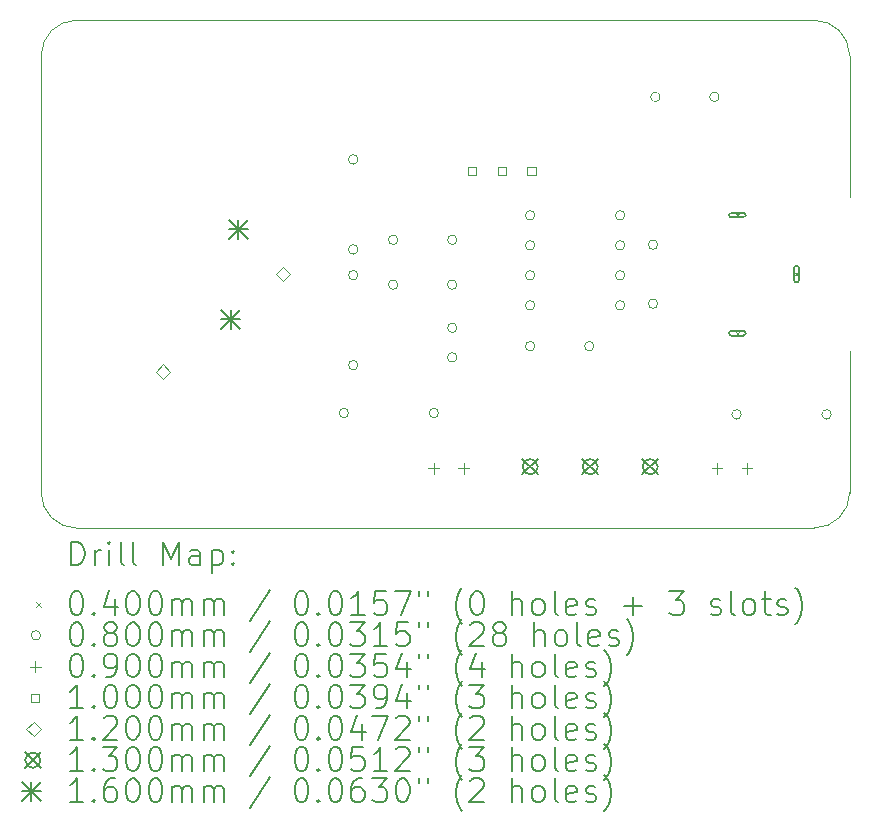
<source format=gbr>
%TF.GenerationSoftware,KiCad,Pcbnew,(6.0.7-1)-1*%
%TF.CreationDate,2022-08-15T15:43:25-06:00*%
%TF.ProjectId,mic_preamp,6d69635f-7072-4656-916d-702e6b696361,1*%
%TF.SameCoordinates,Original*%
%TF.FileFunction,Drillmap*%
%TF.FilePolarity,Positive*%
%FSLAX45Y45*%
G04 Gerber Fmt 4.5, Leading zero omitted, Abs format (unit mm)*
G04 Created by KiCad (PCBNEW (6.0.7-1)-1) date 2022-08-15 15:43:25*
%MOMM*%
%LPD*%
G01*
G04 APERTURE LIST*
%ADD10C,0.100000*%
%ADD11C,0.200000*%
%ADD12C,0.040000*%
%ADD13C,0.080000*%
%ADD14C,0.090000*%
%ADD15C,0.120000*%
%ADD16C,0.130000*%
%ADD17C,0.160000*%
G04 APERTURE END LIST*
D10*
X17145000Y-12000000D02*
G75*
G03*
X17445000Y-11700000I0J300000D01*
G01*
X17145000Y-7700000D02*
X10900000Y-7700000D01*
X17445000Y-8000000D02*
G75*
G03*
X17145000Y-7700000I-300000J0D01*
G01*
X10600000Y-11700000D02*
G75*
G03*
X10900000Y-12000000I300000J0D01*
G01*
X10600000Y-8000000D02*
X10600000Y-11700000D01*
X17445000Y-10500000D02*
X17445000Y-11700000D01*
X17445000Y-9200000D02*
X17445000Y-8000000D01*
X10900000Y-12000000D02*
X17145000Y-12000000D01*
X10900000Y-7700000D02*
G75*
G03*
X10600000Y-8000000I0J-300000D01*
G01*
D11*
D12*
X16475000Y-9330000D02*
X16515000Y-9370000D01*
X16515000Y-9330000D02*
X16475000Y-9370000D01*
D11*
X16545000Y-9330000D02*
X16445000Y-9330000D01*
X16545000Y-9370000D02*
X16445000Y-9370000D01*
X16445000Y-9330000D02*
G75*
G03*
X16445000Y-9370000I0J-20000D01*
G01*
X16545000Y-9370000D02*
G75*
G03*
X16545000Y-9330000I0J20000D01*
G01*
D12*
X16475000Y-10330000D02*
X16515000Y-10370000D01*
X16515000Y-10330000D02*
X16475000Y-10370000D01*
D11*
X16445000Y-10370000D02*
X16545000Y-10370000D01*
X16445000Y-10330000D02*
X16545000Y-10330000D01*
X16545000Y-10370000D02*
G75*
G03*
X16545000Y-10330000I0J20000D01*
G01*
X16445000Y-10330000D02*
G75*
G03*
X16445000Y-10370000I0J-20000D01*
G01*
D12*
X16975000Y-9830000D02*
X17015000Y-9870000D01*
X17015000Y-9830000D02*
X16975000Y-9870000D01*
D11*
X17015000Y-9900000D02*
X17015000Y-9800000D01*
X16975000Y-9900000D02*
X16975000Y-9800000D01*
X17015000Y-9800000D02*
G75*
G03*
X16975000Y-9800000I-20000J0D01*
G01*
X16975000Y-9900000D02*
G75*
G03*
X17015000Y-9900000I20000J0D01*
G01*
D13*
X13202500Y-11025000D02*
G75*
G03*
X13202500Y-11025000I-40000J0D01*
G01*
X13281600Y-8879000D02*
G75*
G03*
X13281600Y-8879000I-40000J0D01*
G01*
X13281600Y-9641000D02*
G75*
G03*
X13281600Y-9641000I-40000J0D01*
G01*
X13281600Y-9859000D02*
G75*
G03*
X13281600Y-9859000I-40000J0D01*
G01*
X13281600Y-10621000D02*
G75*
G03*
X13281600Y-10621000I-40000J0D01*
G01*
X13620000Y-9560000D02*
G75*
G03*
X13620000Y-9560000I-40000J0D01*
G01*
X13620000Y-9940000D02*
G75*
G03*
X13620000Y-9940000I-40000J0D01*
G01*
X13964500Y-11025000D02*
G75*
G03*
X13964500Y-11025000I-40000J0D01*
G01*
X14120000Y-9560000D02*
G75*
G03*
X14120000Y-9560000I-40000J0D01*
G01*
X14120000Y-9940000D02*
G75*
G03*
X14120000Y-9940000I-40000J0D01*
G01*
X14120000Y-10305000D02*
G75*
G03*
X14120000Y-10305000I-40000J0D01*
G01*
X14120000Y-10555000D02*
G75*
G03*
X14120000Y-10555000I-40000J0D01*
G01*
X14780000Y-9352000D02*
G75*
G03*
X14780000Y-9352000I-40000J0D01*
G01*
X14780000Y-9606000D02*
G75*
G03*
X14780000Y-9606000I-40000J0D01*
G01*
X14780000Y-9860000D02*
G75*
G03*
X14780000Y-9860000I-40000J0D01*
G01*
X14780000Y-10114000D02*
G75*
G03*
X14780000Y-10114000I-40000J0D01*
G01*
X14780000Y-10460000D02*
G75*
G03*
X14780000Y-10460000I-40000J0D01*
G01*
X15280000Y-10460000D02*
G75*
G03*
X15280000Y-10460000I-40000J0D01*
G01*
X15542000Y-9352000D02*
G75*
G03*
X15542000Y-9352000I-40000J0D01*
G01*
X15542000Y-9606000D02*
G75*
G03*
X15542000Y-9606000I-40000J0D01*
G01*
X15542000Y-9860000D02*
G75*
G03*
X15542000Y-9860000I-40000J0D01*
G01*
X15542000Y-10114000D02*
G75*
G03*
X15542000Y-10114000I-40000J0D01*
G01*
X15820000Y-9600000D02*
G75*
G03*
X15820000Y-9600000I-40000J0D01*
G01*
X15820000Y-10100000D02*
G75*
G03*
X15820000Y-10100000I-40000J0D01*
G01*
X15840000Y-8350000D02*
G75*
G03*
X15840000Y-8350000I-40000J0D01*
G01*
X16340000Y-8350000D02*
G75*
G03*
X16340000Y-8350000I-40000J0D01*
G01*
X16527500Y-11037500D02*
G75*
G03*
X16527500Y-11037500I-40000J0D01*
G01*
X17289500Y-11037500D02*
G75*
G03*
X17289500Y-11037500I-40000J0D01*
G01*
D14*
X13923500Y-11450000D02*
X13923500Y-11540000D01*
X13878500Y-11495000D02*
X13968500Y-11495000D01*
X14177500Y-11450000D02*
X14177500Y-11540000D01*
X14132500Y-11495000D02*
X14222500Y-11495000D01*
X16321000Y-11450000D02*
X16321000Y-11540000D01*
X16276000Y-11495000D02*
X16366000Y-11495000D01*
X16575000Y-11450000D02*
X16575000Y-11540000D01*
X16530000Y-11495000D02*
X16620000Y-11495000D01*
D10*
X14285356Y-9010356D02*
X14285356Y-8939644D01*
X14214644Y-8939644D01*
X14214644Y-9010356D01*
X14285356Y-9010356D01*
X14535356Y-9010356D02*
X14535356Y-8939644D01*
X14464644Y-8939644D01*
X14464644Y-9010356D01*
X14535356Y-9010356D01*
X14785356Y-9010356D02*
X14785356Y-8939644D01*
X14714644Y-8939644D01*
X14714644Y-9010356D01*
X14785356Y-9010356D01*
D15*
X11633000Y-10735000D02*
X11693000Y-10675000D01*
X11633000Y-10615000D01*
X11573000Y-10675000D01*
X11633000Y-10735000D01*
X12650000Y-9910000D02*
X12710000Y-9850000D01*
X12650000Y-9790000D01*
X12590000Y-9850000D01*
X12650000Y-9910000D01*
D16*
X14675000Y-11415500D02*
X14805000Y-11545500D01*
X14805000Y-11415500D02*
X14675000Y-11545500D01*
X14805000Y-11480500D02*
G75*
G03*
X14805000Y-11480500I-65000J0D01*
G01*
X15183000Y-11415500D02*
X15313000Y-11545500D01*
X15313000Y-11415500D02*
X15183000Y-11545500D01*
X15313000Y-11480500D02*
G75*
G03*
X15313000Y-11480500I-65000J0D01*
G01*
X15691000Y-11415500D02*
X15821000Y-11545500D01*
X15821000Y-11415500D02*
X15691000Y-11545500D01*
X15821000Y-11480500D02*
G75*
G03*
X15821000Y-11480500I-65000J0D01*
G01*
D17*
X12125000Y-10151000D02*
X12285000Y-10311000D01*
X12285000Y-10151000D02*
X12125000Y-10311000D01*
X12205000Y-10151000D02*
X12205000Y-10311000D01*
X12125000Y-10231000D02*
X12285000Y-10231000D01*
X12188500Y-9389000D02*
X12348500Y-9549000D01*
X12348500Y-9389000D02*
X12188500Y-9549000D01*
X12268500Y-9389000D02*
X12268500Y-9549000D01*
X12188500Y-9469000D02*
X12348500Y-9469000D01*
D11*
X10852619Y-12315476D02*
X10852619Y-12115476D01*
X10900238Y-12115476D01*
X10928810Y-12125000D01*
X10947857Y-12144048D01*
X10957381Y-12163095D01*
X10966905Y-12201190D01*
X10966905Y-12229762D01*
X10957381Y-12267857D01*
X10947857Y-12286905D01*
X10928810Y-12305952D01*
X10900238Y-12315476D01*
X10852619Y-12315476D01*
X11052619Y-12315476D02*
X11052619Y-12182143D01*
X11052619Y-12220238D02*
X11062143Y-12201190D01*
X11071667Y-12191667D01*
X11090714Y-12182143D01*
X11109762Y-12182143D01*
X11176429Y-12315476D02*
X11176429Y-12182143D01*
X11176429Y-12115476D02*
X11166905Y-12125000D01*
X11176429Y-12134524D01*
X11185952Y-12125000D01*
X11176429Y-12115476D01*
X11176429Y-12134524D01*
X11300238Y-12315476D02*
X11281190Y-12305952D01*
X11271667Y-12286905D01*
X11271667Y-12115476D01*
X11405000Y-12315476D02*
X11385952Y-12305952D01*
X11376428Y-12286905D01*
X11376428Y-12115476D01*
X11633571Y-12315476D02*
X11633571Y-12115476D01*
X11700238Y-12258333D01*
X11766905Y-12115476D01*
X11766905Y-12315476D01*
X11947857Y-12315476D02*
X11947857Y-12210714D01*
X11938333Y-12191667D01*
X11919286Y-12182143D01*
X11881190Y-12182143D01*
X11862143Y-12191667D01*
X11947857Y-12305952D02*
X11928809Y-12315476D01*
X11881190Y-12315476D01*
X11862143Y-12305952D01*
X11852619Y-12286905D01*
X11852619Y-12267857D01*
X11862143Y-12248809D01*
X11881190Y-12239286D01*
X11928809Y-12239286D01*
X11947857Y-12229762D01*
X12043095Y-12182143D02*
X12043095Y-12382143D01*
X12043095Y-12191667D02*
X12062143Y-12182143D01*
X12100238Y-12182143D01*
X12119286Y-12191667D01*
X12128809Y-12201190D01*
X12138333Y-12220238D01*
X12138333Y-12277381D01*
X12128809Y-12296428D01*
X12119286Y-12305952D01*
X12100238Y-12315476D01*
X12062143Y-12315476D01*
X12043095Y-12305952D01*
X12224048Y-12296428D02*
X12233571Y-12305952D01*
X12224048Y-12315476D01*
X12214524Y-12305952D01*
X12224048Y-12296428D01*
X12224048Y-12315476D01*
X12224048Y-12191667D02*
X12233571Y-12201190D01*
X12224048Y-12210714D01*
X12214524Y-12201190D01*
X12224048Y-12191667D01*
X12224048Y-12210714D01*
D12*
X10555000Y-12625000D02*
X10595000Y-12665000D01*
X10595000Y-12625000D02*
X10555000Y-12665000D01*
D11*
X10890714Y-12535476D02*
X10909762Y-12535476D01*
X10928810Y-12545000D01*
X10938333Y-12554524D01*
X10947857Y-12573571D01*
X10957381Y-12611667D01*
X10957381Y-12659286D01*
X10947857Y-12697381D01*
X10938333Y-12716428D01*
X10928810Y-12725952D01*
X10909762Y-12735476D01*
X10890714Y-12735476D01*
X10871667Y-12725952D01*
X10862143Y-12716428D01*
X10852619Y-12697381D01*
X10843095Y-12659286D01*
X10843095Y-12611667D01*
X10852619Y-12573571D01*
X10862143Y-12554524D01*
X10871667Y-12545000D01*
X10890714Y-12535476D01*
X11043095Y-12716428D02*
X11052619Y-12725952D01*
X11043095Y-12735476D01*
X11033571Y-12725952D01*
X11043095Y-12716428D01*
X11043095Y-12735476D01*
X11224048Y-12602143D02*
X11224048Y-12735476D01*
X11176429Y-12525952D02*
X11128810Y-12668809D01*
X11252619Y-12668809D01*
X11366905Y-12535476D02*
X11385952Y-12535476D01*
X11405000Y-12545000D01*
X11414524Y-12554524D01*
X11424048Y-12573571D01*
X11433571Y-12611667D01*
X11433571Y-12659286D01*
X11424048Y-12697381D01*
X11414524Y-12716428D01*
X11405000Y-12725952D01*
X11385952Y-12735476D01*
X11366905Y-12735476D01*
X11347857Y-12725952D01*
X11338333Y-12716428D01*
X11328809Y-12697381D01*
X11319286Y-12659286D01*
X11319286Y-12611667D01*
X11328809Y-12573571D01*
X11338333Y-12554524D01*
X11347857Y-12545000D01*
X11366905Y-12535476D01*
X11557381Y-12535476D02*
X11576428Y-12535476D01*
X11595476Y-12545000D01*
X11605000Y-12554524D01*
X11614524Y-12573571D01*
X11624048Y-12611667D01*
X11624048Y-12659286D01*
X11614524Y-12697381D01*
X11605000Y-12716428D01*
X11595476Y-12725952D01*
X11576428Y-12735476D01*
X11557381Y-12735476D01*
X11538333Y-12725952D01*
X11528809Y-12716428D01*
X11519286Y-12697381D01*
X11509762Y-12659286D01*
X11509762Y-12611667D01*
X11519286Y-12573571D01*
X11528809Y-12554524D01*
X11538333Y-12545000D01*
X11557381Y-12535476D01*
X11709762Y-12735476D02*
X11709762Y-12602143D01*
X11709762Y-12621190D02*
X11719286Y-12611667D01*
X11738333Y-12602143D01*
X11766905Y-12602143D01*
X11785952Y-12611667D01*
X11795476Y-12630714D01*
X11795476Y-12735476D01*
X11795476Y-12630714D02*
X11805000Y-12611667D01*
X11824048Y-12602143D01*
X11852619Y-12602143D01*
X11871667Y-12611667D01*
X11881190Y-12630714D01*
X11881190Y-12735476D01*
X11976428Y-12735476D02*
X11976428Y-12602143D01*
X11976428Y-12621190D02*
X11985952Y-12611667D01*
X12005000Y-12602143D01*
X12033571Y-12602143D01*
X12052619Y-12611667D01*
X12062143Y-12630714D01*
X12062143Y-12735476D01*
X12062143Y-12630714D02*
X12071667Y-12611667D01*
X12090714Y-12602143D01*
X12119286Y-12602143D01*
X12138333Y-12611667D01*
X12147857Y-12630714D01*
X12147857Y-12735476D01*
X12538333Y-12525952D02*
X12366905Y-12783095D01*
X12795476Y-12535476D02*
X12814524Y-12535476D01*
X12833571Y-12545000D01*
X12843095Y-12554524D01*
X12852619Y-12573571D01*
X12862143Y-12611667D01*
X12862143Y-12659286D01*
X12852619Y-12697381D01*
X12843095Y-12716428D01*
X12833571Y-12725952D01*
X12814524Y-12735476D01*
X12795476Y-12735476D01*
X12776428Y-12725952D01*
X12766905Y-12716428D01*
X12757381Y-12697381D01*
X12747857Y-12659286D01*
X12747857Y-12611667D01*
X12757381Y-12573571D01*
X12766905Y-12554524D01*
X12776428Y-12545000D01*
X12795476Y-12535476D01*
X12947857Y-12716428D02*
X12957381Y-12725952D01*
X12947857Y-12735476D01*
X12938333Y-12725952D01*
X12947857Y-12716428D01*
X12947857Y-12735476D01*
X13081190Y-12535476D02*
X13100238Y-12535476D01*
X13119286Y-12545000D01*
X13128809Y-12554524D01*
X13138333Y-12573571D01*
X13147857Y-12611667D01*
X13147857Y-12659286D01*
X13138333Y-12697381D01*
X13128809Y-12716428D01*
X13119286Y-12725952D01*
X13100238Y-12735476D01*
X13081190Y-12735476D01*
X13062143Y-12725952D01*
X13052619Y-12716428D01*
X13043095Y-12697381D01*
X13033571Y-12659286D01*
X13033571Y-12611667D01*
X13043095Y-12573571D01*
X13052619Y-12554524D01*
X13062143Y-12545000D01*
X13081190Y-12535476D01*
X13338333Y-12735476D02*
X13224048Y-12735476D01*
X13281190Y-12735476D02*
X13281190Y-12535476D01*
X13262143Y-12564048D01*
X13243095Y-12583095D01*
X13224048Y-12592619D01*
X13519286Y-12535476D02*
X13424048Y-12535476D01*
X13414524Y-12630714D01*
X13424048Y-12621190D01*
X13443095Y-12611667D01*
X13490714Y-12611667D01*
X13509762Y-12621190D01*
X13519286Y-12630714D01*
X13528809Y-12649762D01*
X13528809Y-12697381D01*
X13519286Y-12716428D01*
X13509762Y-12725952D01*
X13490714Y-12735476D01*
X13443095Y-12735476D01*
X13424048Y-12725952D01*
X13414524Y-12716428D01*
X13595476Y-12535476D02*
X13728809Y-12535476D01*
X13643095Y-12735476D01*
X13795476Y-12535476D02*
X13795476Y-12573571D01*
X13871667Y-12535476D02*
X13871667Y-12573571D01*
X14166905Y-12811667D02*
X14157381Y-12802143D01*
X14138333Y-12773571D01*
X14128809Y-12754524D01*
X14119286Y-12725952D01*
X14109762Y-12678333D01*
X14109762Y-12640238D01*
X14119286Y-12592619D01*
X14128809Y-12564048D01*
X14138333Y-12545000D01*
X14157381Y-12516428D01*
X14166905Y-12506905D01*
X14281190Y-12535476D02*
X14300238Y-12535476D01*
X14319286Y-12545000D01*
X14328809Y-12554524D01*
X14338333Y-12573571D01*
X14347857Y-12611667D01*
X14347857Y-12659286D01*
X14338333Y-12697381D01*
X14328809Y-12716428D01*
X14319286Y-12725952D01*
X14300238Y-12735476D01*
X14281190Y-12735476D01*
X14262143Y-12725952D01*
X14252619Y-12716428D01*
X14243095Y-12697381D01*
X14233571Y-12659286D01*
X14233571Y-12611667D01*
X14243095Y-12573571D01*
X14252619Y-12554524D01*
X14262143Y-12545000D01*
X14281190Y-12535476D01*
X14585952Y-12735476D02*
X14585952Y-12535476D01*
X14671667Y-12735476D02*
X14671667Y-12630714D01*
X14662143Y-12611667D01*
X14643095Y-12602143D01*
X14614524Y-12602143D01*
X14595476Y-12611667D01*
X14585952Y-12621190D01*
X14795476Y-12735476D02*
X14776428Y-12725952D01*
X14766905Y-12716428D01*
X14757381Y-12697381D01*
X14757381Y-12640238D01*
X14766905Y-12621190D01*
X14776428Y-12611667D01*
X14795476Y-12602143D01*
X14824048Y-12602143D01*
X14843095Y-12611667D01*
X14852619Y-12621190D01*
X14862143Y-12640238D01*
X14862143Y-12697381D01*
X14852619Y-12716428D01*
X14843095Y-12725952D01*
X14824048Y-12735476D01*
X14795476Y-12735476D01*
X14976428Y-12735476D02*
X14957381Y-12725952D01*
X14947857Y-12706905D01*
X14947857Y-12535476D01*
X15128809Y-12725952D02*
X15109762Y-12735476D01*
X15071667Y-12735476D01*
X15052619Y-12725952D01*
X15043095Y-12706905D01*
X15043095Y-12630714D01*
X15052619Y-12611667D01*
X15071667Y-12602143D01*
X15109762Y-12602143D01*
X15128809Y-12611667D01*
X15138333Y-12630714D01*
X15138333Y-12649762D01*
X15043095Y-12668809D01*
X15214524Y-12725952D02*
X15233571Y-12735476D01*
X15271667Y-12735476D01*
X15290714Y-12725952D01*
X15300238Y-12706905D01*
X15300238Y-12697381D01*
X15290714Y-12678333D01*
X15271667Y-12668809D01*
X15243095Y-12668809D01*
X15224048Y-12659286D01*
X15214524Y-12640238D01*
X15214524Y-12630714D01*
X15224048Y-12611667D01*
X15243095Y-12602143D01*
X15271667Y-12602143D01*
X15290714Y-12611667D01*
X15538333Y-12659286D02*
X15690714Y-12659286D01*
X15614524Y-12735476D02*
X15614524Y-12583095D01*
X15919286Y-12535476D02*
X16043095Y-12535476D01*
X15976428Y-12611667D01*
X16005000Y-12611667D01*
X16024048Y-12621190D01*
X16033571Y-12630714D01*
X16043095Y-12649762D01*
X16043095Y-12697381D01*
X16033571Y-12716428D01*
X16024048Y-12725952D01*
X16005000Y-12735476D01*
X15947857Y-12735476D01*
X15928809Y-12725952D01*
X15919286Y-12716428D01*
X16271667Y-12725952D02*
X16290714Y-12735476D01*
X16328809Y-12735476D01*
X16347857Y-12725952D01*
X16357381Y-12706905D01*
X16357381Y-12697381D01*
X16347857Y-12678333D01*
X16328809Y-12668809D01*
X16300238Y-12668809D01*
X16281190Y-12659286D01*
X16271667Y-12640238D01*
X16271667Y-12630714D01*
X16281190Y-12611667D01*
X16300238Y-12602143D01*
X16328809Y-12602143D01*
X16347857Y-12611667D01*
X16471667Y-12735476D02*
X16452619Y-12725952D01*
X16443095Y-12706905D01*
X16443095Y-12535476D01*
X16576428Y-12735476D02*
X16557381Y-12725952D01*
X16547857Y-12716428D01*
X16538333Y-12697381D01*
X16538333Y-12640238D01*
X16547857Y-12621190D01*
X16557381Y-12611667D01*
X16576428Y-12602143D01*
X16605000Y-12602143D01*
X16624048Y-12611667D01*
X16633571Y-12621190D01*
X16643095Y-12640238D01*
X16643095Y-12697381D01*
X16633571Y-12716428D01*
X16624048Y-12725952D01*
X16605000Y-12735476D01*
X16576428Y-12735476D01*
X16700238Y-12602143D02*
X16776428Y-12602143D01*
X16728809Y-12535476D02*
X16728809Y-12706905D01*
X16738333Y-12725952D01*
X16757381Y-12735476D01*
X16776428Y-12735476D01*
X16833571Y-12725952D02*
X16852619Y-12735476D01*
X16890714Y-12735476D01*
X16909762Y-12725952D01*
X16919286Y-12706905D01*
X16919286Y-12697381D01*
X16909762Y-12678333D01*
X16890714Y-12668809D01*
X16862143Y-12668809D01*
X16843095Y-12659286D01*
X16833571Y-12640238D01*
X16833571Y-12630714D01*
X16843095Y-12611667D01*
X16862143Y-12602143D01*
X16890714Y-12602143D01*
X16909762Y-12611667D01*
X16985952Y-12811667D02*
X16995476Y-12802143D01*
X17014524Y-12773571D01*
X17024048Y-12754524D01*
X17033571Y-12725952D01*
X17043095Y-12678333D01*
X17043095Y-12640238D01*
X17033571Y-12592619D01*
X17024048Y-12564048D01*
X17014524Y-12545000D01*
X16995476Y-12516428D01*
X16985952Y-12506905D01*
D13*
X10595000Y-12909000D02*
G75*
G03*
X10595000Y-12909000I-40000J0D01*
G01*
D11*
X10890714Y-12799476D02*
X10909762Y-12799476D01*
X10928810Y-12809000D01*
X10938333Y-12818524D01*
X10947857Y-12837571D01*
X10957381Y-12875667D01*
X10957381Y-12923286D01*
X10947857Y-12961381D01*
X10938333Y-12980428D01*
X10928810Y-12989952D01*
X10909762Y-12999476D01*
X10890714Y-12999476D01*
X10871667Y-12989952D01*
X10862143Y-12980428D01*
X10852619Y-12961381D01*
X10843095Y-12923286D01*
X10843095Y-12875667D01*
X10852619Y-12837571D01*
X10862143Y-12818524D01*
X10871667Y-12809000D01*
X10890714Y-12799476D01*
X11043095Y-12980428D02*
X11052619Y-12989952D01*
X11043095Y-12999476D01*
X11033571Y-12989952D01*
X11043095Y-12980428D01*
X11043095Y-12999476D01*
X11166905Y-12885190D02*
X11147857Y-12875667D01*
X11138333Y-12866143D01*
X11128810Y-12847095D01*
X11128810Y-12837571D01*
X11138333Y-12818524D01*
X11147857Y-12809000D01*
X11166905Y-12799476D01*
X11205000Y-12799476D01*
X11224048Y-12809000D01*
X11233571Y-12818524D01*
X11243095Y-12837571D01*
X11243095Y-12847095D01*
X11233571Y-12866143D01*
X11224048Y-12875667D01*
X11205000Y-12885190D01*
X11166905Y-12885190D01*
X11147857Y-12894714D01*
X11138333Y-12904238D01*
X11128810Y-12923286D01*
X11128810Y-12961381D01*
X11138333Y-12980428D01*
X11147857Y-12989952D01*
X11166905Y-12999476D01*
X11205000Y-12999476D01*
X11224048Y-12989952D01*
X11233571Y-12980428D01*
X11243095Y-12961381D01*
X11243095Y-12923286D01*
X11233571Y-12904238D01*
X11224048Y-12894714D01*
X11205000Y-12885190D01*
X11366905Y-12799476D02*
X11385952Y-12799476D01*
X11405000Y-12809000D01*
X11414524Y-12818524D01*
X11424048Y-12837571D01*
X11433571Y-12875667D01*
X11433571Y-12923286D01*
X11424048Y-12961381D01*
X11414524Y-12980428D01*
X11405000Y-12989952D01*
X11385952Y-12999476D01*
X11366905Y-12999476D01*
X11347857Y-12989952D01*
X11338333Y-12980428D01*
X11328809Y-12961381D01*
X11319286Y-12923286D01*
X11319286Y-12875667D01*
X11328809Y-12837571D01*
X11338333Y-12818524D01*
X11347857Y-12809000D01*
X11366905Y-12799476D01*
X11557381Y-12799476D02*
X11576428Y-12799476D01*
X11595476Y-12809000D01*
X11605000Y-12818524D01*
X11614524Y-12837571D01*
X11624048Y-12875667D01*
X11624048Y-12923286D01*
X11614524Y-12961381D01*
X11605000Y-12980428D01*
X11595476Y-12989952D01*
X11576428Y-12999476D01*
X11557381Y-12999476D01*
X11538333Y-12989952D01*
X11528809Y-12980428D01*
X11519286Y-12961381D01*
X11509762Y-12923286D01*
X11509762Y-12875667D01*
X11519286Y-12837571D01*
X11528809Y-12818524D01*
X11538333Y-12809000D01*
X11557381Y-12799476D01*
X11709762Y-12999476D02*
X11709762Y-12866143D01*
X11709762Y-12885190D02*
X11719286Y-12875667D01*
X11738333Y-12866143D01*
X11766905Y-12866143D01*
X11785952Y-12875667D01*
X11795476Y-12894714D01*
X11795476Y-12999476D01*
X11795476Y-12894714D02*
X11805000Y-12875667D01*
X11824048Y-12866143D01*
X11852619Y-12866143D01*
X11871667Y-12875667D01*
X11881190Y-12894714D01*
X11881190Y-12999476D01*
X11976428Y-12999476D02*
X11976428Y-12866143D01*
X11976428Y-12885190D02*
X11985952Y-12875667D01*
X12005000Y-12866143D01*
X12033571Y-12866143D01*
X12052619Y-12875667D01*
X12062143Y-12894714D01*
X12062143Y-12999476D01*
X12062143Y-12894714D02*
X12071667Y-12875667D01*
X12090714Y-12866143D01*
X12119286Y-12866143D01*
X12138333Y-12875667D01*
X12147857Y-12894714D01*
X12147857Y-12999476D01*
X12538333Y-12789952D02*
X12366905Y-13047095D01*
X12795476Y-12799476D02*
X12814524Y-12799476D01*
X12833571Y-12809000D01*
X12843095Y-12818524D01*
X12852619Y-12837571D01*
X12862143Y-12875667D01*
X12862143Y-12923286D01*
X12852619Y-12961381D01*
X12843095Y-12980428D01*
X12833571Y-12989952D01*
X12814524Y-12999476D01*
X12795476Y-12999476D01*
X12776428Y-12989952D01*
X12766905Y-12980428D01*
X12757381Y-12961381D01*
X12747857Y-12923286D01*
X12747857Y-12875667D01*
X12757381Y-12837571D01*
X12766905Y-12818524D01*
X12776428Y-12809000D01*
X12795476Y-12799476D01*
X12947857Y-12980428D02*
X12957381Y-12989952D01*
X12947857Y-12999476D01*
X12938333Y-12989952D01*
X12947857Y-12980428D01*
X12947857Y-12999476D01*
X13081190Y-12799476D02*
X13100238Y-12799476D01*
X13119286Y-12809000D01*
X13128809Y-12818524D01*
X13138333Y-12837571D01*
X13147857Y-12875667D01*
X13147857Y-12923286D01*
X13138333Y-12961381D01*
X13128809Y-12980428D01*
X13119286Y-12989952D01*
X13100238Y-12999476D01*
X13081190Y-12999476D01*
X13062143Y-12989952D01*
X13052619Y-12980428D01*
X13043095Y-12961381D01*
X13033571Y-12923286D01*
X13033571Y-12875667D01*
X13043095Y-12837571D01*
X13052619Y-12818524D01*
X13062143Y-12809000D01*
X13081190Y-12799476D01*
X13214524Y-12799476D02*
X13338333Y-12799476D01*
X13271667Y-12875667D01*
X13300238Y-12875667D01*
X13319286Y-12885190D01*
X13328809Y-12894714D01*
X13338333Y-12913762D01*
X13338333Y-12961381D01*
X13328809Y-12980428D01*
X13319286Y-12989952D01*
X13300238Y-12999476D01*
X13243095Y-12999476D01*
X13224048Y-12989952D01*
X13214524Y-12980428D01*
X13528809Y-12999476D02*
X13414524Y-12999476D01*
X13471667Y-12999476D02*
X13471667Y-12799476D01*
X13452619Y-12828048D01*
X13433571Y-12847095D01*
X13414524Y-12856619D01*
X13709762Y-12799476D02*
X13614524Y-12799476D01*
X13605000Y-12894714D01*
X13614524Y-12885190D01*
X13633571Y-12875667D01*
X13681190Y-12875667D01*
X13700238Y-12885190D01*
X13709762Y-12894714D01*
X13719286Y-12913762D01*
X13719286Y-12961381D01*
X13709762Y-12980428D01*
X13700238Y-12989952D01*
X13681190Y-12999476D01*
X13633571Y-12999476D01*
X13614524Y-12989952D01*
X13605000Y-12980428D01*
X13795476Y-12799476D02*
X13795476Y-12837571D01*
X13871667Y-12799476D02*
X13871667Y-12837571D01*
X14166905Y-13075667D02*
X14157381Y-13066143D01*
X14138333Y-13037571D01*
X14128809Y-13018524D01*
X14119286Y-12989952D01*
X14109762Y-12942333D01*
X14109762Y-12904238D01*
X14119286Y-12856619D01*
X14128809Y-12828048D01*
X14138333Y-12809000D01*
X14157381Y-12780428D01*
X14166905Y-12770905D01*
X14233571Y-12818524D02*
X14243095Y-12809000D01*
X14262143Y-12799476D01*
X14309762Y-12799476D01*
X14328809Y-12809000D01*
X14338333Y-12818524D01*
X14347857Y-12837571D01*
X14347857Y-12856619D01*
X14338333Y-12885190D01*
X14224048Y-12999476D01*
X14347857Y-12999476D01*
X14462143Y-12885190D02*
X14443095Y-12875667D01*
X14433571Y-12866143D01*
X14424048Y-12847095D01*
X14424048Y-12837571D01*
X14433571Y-12818524D01*
X14443095Y-12809000D01*
X14462143Y-12799476D01*
X14500238Y-12799476D01*
X14519286Y-12809000D01*
X14528809Y-12818524D01*
X14538333Y-12837571D01*
X14538333Y-12847095D01*
X14528809Y-12866143D01*
X14519286Y-12875667D01*
X14500238Y-12885190D01*
X14462143Y-12885190D01*
X14443095Y-12894714D01*
X14433571Y-12904238D01*
X14424048Y-12923286D01*
X14424048Y-12961381D01*
X14433571Y-12980428D01*
X14443095Y-12989952D01*
X14462143Y-12999476D01*
X14500238Y-12999476D01*
X14519286Y-12989952D01*
X14528809Y-12980428D01*
X14538333Y-12961381D01*
X14538333Y-12923286D01*
X14528809Y-12904238D01*
X14519286Y-12894714D01*
X14500238Y-12885190D01*
X14776428Y-12999476D02*
X14776428Y-12799476D01*
X14862143Y-12999476D02*
X14862143Y-12894714D01*
X14852619Y-12875667D01*
X14833571Y-12866143D01*
X14805000Y-12866143D01*
X14785952Y-12875667D01*
X14776428Y-12885190D01*
X14985952Y-12999476D02*
X14966905Y-12989952D01*
X14957381Y-12980428D01*
X14947857Y-12961381D01*
X14947857Y-12904238D01*
X14957381Y-12885190D01*
X14966905Y-12875667D01*
X14985952Y-12866143D01*
X15014524Y-12866143D01*
X15033571Y-12875667D01*
X15043095Y-12885190D01*
X15052619Y-12904238D01*
X15052619Y-12961381D01*
X15043095Y-12980428D01*
X15033571Y-12989952D01*
X15014524Y-12999476D01*
X14985952Y-12999476D01*
X15166905Y-12999476D02*
X15147857Y-12989952D01*
X15138333Y-12970905D01*
X15138333Y-12799476D01*
X15319286Y-12989952D02*
X15300238Y-12999476D01*
X15262143Y-12999476D01*
X15243095Y-12989952D01*
X15233571Y-12970905D01*
X15233571Y-12894714D01*
X15243095Y-12875667D01*
X15262143Y-12866143D01*
X15300238Y-12866143D01*
X15319286Y-12875667D01*
X15328809Y-12894714D01*
X15328809Y-12913762D01*
X15233571Y-12932809D01*
X15405000Y-12989952D02*
X15424048Y-12999476D01*
X15462143Y-12999476D01*
X15481190Y-12989952D01*
X15490714Y-12970905D01*
X15490714Y-12961381D01*
X15481190Y-12942333D01*
X15462143Y-12932809D01*
X15433571Y-12932809D01*
X15414524Y-12923286D01*
X15405000Y-12904238D01*
X15405000Y-12894714D01*
X15414524Y-12875667D01*
X15433571Y-12866143D01*
X15462143Y-12866143D01*
X15481190Y-12875667D01*
X15557381Y-13075667D02*
X15566905Y-13066143D01*
X15585952Y-13037571D01*
X15595476Y-13018524D01*
X15605000Y-12989952D01*
X15614524Y-12942333D01*
X15614524Y-12904238D01*
X15605000Y-12856619D01*
X15595476Y-12828048D01*
X15585952Y-12809000D01*
X15566905Y-12780428D01*
X15557381Y-12770905D01*
D14*
X10550000Y-13128000D02*
X10550000Y-13218000D01*
X10505000Y-13173000D02*
X10595000Y-13173000D01*
D11*
X10890714Y-13063476D02*
X10909762Y-13063476D01*
X10928810Y-13073000D01*
X10938333Y-13082524D01*
X10947857Y-13101571D01*
X10957381Y-13139667D01*
X10957381Y-13187286D01*
X10947857Y-13225381D01*
X10938333Y-13244428D01*
X10928810Y-13253952D01*
X10909762Y-13263476D01*
X10890714Y-13263476D01*
X10871667Y-13253952D01*
X10862143Y-13244428D01*
X10852619Y-13225381D01*
X10843095Y-13187286D01*
X10843095Y-13139667D01*
X10852619Y-13101571D01*
X10862143Y-13082524D01*
X10871667Y-13073000D01*
X10890714Y-13063476D01*
X11043095Y-13244428D02*
X11052619Y-13253952D01*
X11043095Y-13263476D01*
X11033571Y-13253952D01*
X11043095Y-13244428D01*
X11043095Y-13263476D01*
X11147857Y-13263476D02*
X11185952Y-13263476D01*
X11205000Y-13253952D01*
X11214524Y-13244428D01*
X11233571Y-13215857D01*
X11243095Y-13177762D01*
X11243095Y-13101571D01*
X11233571Y-13082524D01*
X11224048Y-13073000D01*
X11205000Y-13063476D01*
X11166905Y-13063476D01*
X11147857Y-13073000D01*
X11138333Y-13082524D01*
X11128810Y-13101571D01*
X11128810Y-13149190D01*
X11138333Y-13168238D01*
X11147857Y-13177762D01*
X11166905Y-13187286D01*
X11205000Y-13187286D01*
X11224048Y-13177762D01*
X11233571Y-13168238D01*
X11243095Y-13149190D01*
X11366905Y-13063476D02*
X11385952Y-13063476D01*
X11405000Y-13073000D01*
X11414524Y-13082524D01*
X11424048Y-13101571D01*
X11433571Y-13139667D01*
X11433571Y-13187286D01*
X11424048Y-13225381D01*
X11414524Y-13244428D01*
X11405000Y-13253952D01*
X11385952Y-13263476D01*
X11366905Y-13263476D01*
X11347857Y-13253952D01*
X11338333Y-13244428D01*
X11328809Y-13225381D01*
X11319286Y-13187286D01*
X11319286Y-13139667D01*
X11328809Y-13101571D01*
X11338333Y-13082524D01*
X11347857Y-13073000D01*
X11366905Y-13063476D01*
X11557381Y-13063476D02*
X11576428Y-13063476D01*
X11595476Y-13073000D01*
X11605000Y-13082524D01*
X11614524Y-13101571D01*
X11624048Y-13139667D01*
X11624048Y-13187286D01*
X11614524Y-13225381D01*
X11605000Y-13244428D01*
X11595476Y-13253952D01*
X11576428Y-13263476D01*
X11557381Y-13263476D01*
X11538333Y-13253952D01*
X11528809Y-13244428D01*
X11519286Y-13225381D01*
X11509762Y-13187286D01*
X11509762Y-13139667D01*
X11519286Y-13101571D01*
X11528809Y-13082524D01*
X11538333Y-13073000D01*
X11557381Y-13063476D01*
X11709762Y-13263476D02*
X11709762Y-13130143D01*
X11709762Y-13149190D02*
X11719286Y-13139667D01*
X11738333Y-13130143D01*
X11766905Y-13130143D01*
X11785952Y-13139667D01*
X11795476Y-13158714D01*
X11795476Y-13263476D01*
X11795476Y-13158714D02*
X11805000Y-13139667D01*
X11824048Y-13130143D01*
X11852619Y-13130143D01*
X11871667Y-13139667D01*
X11881190Y-13158714D01*
X11881190Y-13263476D01*
X11976428Y-13263476D02*
X11976428Y-13130143D01*
X11976428Y-13149190D02*
X11985952Y-13139667D01*
X12005000Y-13130143D01*
X12033571Y-13130143D01*
X12052619Y-13139667D01*
X12062143Y-13158714D01*
X12062143Y-13263476D01*
X12062143Y-13158714D02*
X12071667Y-13139667D01*
X12090714Y-13130143D01*
X12119286Y-13130143D01*
X12138333Y-13139667D01*
X12147857Y-13158714D01*
X12147857Y-13263476D01*
X12538333Y-13053952D02*
X12366905Y-13311095D01*
X12795476Y-13063476D02*
X12814524Y-13063476D01*
X12833571Y-13073000D01*
X12843095Y-13082524D01*
X12852619Y-13101571D01*
X12862143Y-13139667D01*
X12862143Y-13187286D01*
X12852619Y-13225381D01*
X12843095Y-13244428D01*
X12833571Y-13253952D01*
X12814524Y-13263476D01*
X12795476Y-13263476D01*
X12776428Y-13253952D01*
X12766905Y-13244428D01*
X12757381Y-13225381D01*
X12747857Y-13187286D01*
X12747857Y-13139667D01*
X12757381Y-13101571D01*
X12766905Y-13082524D01*
X12776428Y-13073000D01*
X12795476Y-13063476D01*
X12947857Y-13244428D02*
X12957381Y-13253952D01*
X12947857Y-13263476D01*
X12938333Y-13253952D01*
X12947857Y-13244428D01*
X12947857Y-13263476D01*
X13081190Y-13063476D02*
X13100238Y-13063476D01*
X13119286Y-13073000D01*
X13128809Y-13082524D01*
X13138333Y-13101571D01*
X13147857Y-13139667D01*
X13147857Y-13187286D01*
X13138333Y-13225381D01*
X13128809Y-13244428D01*
X13119286Y-13253952D01*
X13100238Y-13263476D01*
X13081190Y-13263476D01*
X13062143Y-13253952D01*
X13052619Y-13244428D01*
X13043095Y-13225381D01*
X13033571Y-13187286D01*
X13033571Y-13139667D01*
X13043095Y-13101571D01*
X13052619Y-13082524D01*
X13062143Y-13073000D01*
X13081190Y-13063476D01*
X13214524Y-13063476D02*
X13338333Y-13063476D01*
X13271667Y-13139667D01*
X13300238Y-13139667D01*
X13319286Y-13149190D01*
X13328809Y-13158714D01*
X13338333Y-13177762D01*
X13338333Y-13225381D01*
X13328809Y-13244428D01*
X13319286Y-13253952D01*
X13300238Y-13263476D01*
X13243095Y-13263476D01*
X13224048Y-13253952D01*
X13214524Y-13244428D01*
X13519286Y-13063476D02*
X13424048Y-13063476D01*
X13414524Y-13158714D01*
X13424048Y-13149190D01*
X13443095Y-13139667D01*
X13490714Y-13139667D01*
X13509762Y-13149190D01*
X13519286Y-13158714D01*
X13528809Y-13177762D01*
X13528809Y-13225381D01*
X13519286Y-13244428D01*
X13509762Y-13253952D01*
X13490714Y-13263476D01*
X13443095Y-13263476D01*
X13424048Y-13253952D01*
X13414524Y-13244428D01*
X13700238Y-13130143D02*
X13700238Y-13263476D01*
X13652619Y-13053952D02*
X13605000Y-13196809D01*
X13728809Y-13196809D01*
X13795476Y-13063476D02*
X13795476Y-13101571D01*
X13871667Y-13063476D02*
X13871667Y-13101571D01*
X14166905Y-13339667D02*
X14157381Y-13330143D01*
X14138333Y-13301571D01*
X14128809Y-13282524D01*
X14119286Y-13253952D01*
X14109762Y-13206333D01*
X14109762Y-13168238D01*
X14119286Y-13120619D01*
X14128809Y-13092048D01*
X14138333Y-13073000D01*
X14157381Y-13044428D01*
X14166905Y-13034905D01*
X14328809Y-13130143D02*
X14328809Y-13263476D01*
X14281190Y-13053952D02*
X14233571Y-13196809D01*
X14357381Y-13196809D01*
X14585952Y-13263476D02*
X14585952Y-13063476D01*
X14671667Y-13263476D02*
X14671667Y-13158714D01*
X14662143Y-13139667D01*
X14643095Y-13130143D01*
X14614524Y-13130143D01*
X14595476Y-13139667D01*
X14585952Y-13149190D01*
X14795476Y-13263476D02*
X14776428Y-13253952D01*
X14766905Y-13244428D01*
X14757381Y-13225381D01*
X14757381Y-13168238D01*
X14766905Y-13149190D01*
X14776428Y-13139667D01*
X14795476Y-13130143D01*
X14824048Y-13130143D01*
X14843095Y-13139667D01*
X14852619Y-13149190D01*
X14862143Y-13168238D01*
X14862143Y-13225381D01*
X14852619Y-13244428D01*
X14843095Y-13253952D01*
X14824048Y-13263476D01*
X14795476Y-13263476D01*
X14976428Y-13263476D02*
X14957381Y-13253952D01*
X14947857Y-13234905D01*
X14947857Y-13063476D01*
X15128809Y-13253952D02*
X15109762Y-13263476D01*
X15071667Y-13263476D01*
X15052619Y-13253952D01*
X15043095Y-13234905D01*
X15043095Y-13158714D01*
X15052619Y-13139667D01*
X15071667Y-13130143D01*
X15109762Y-13130143D01*
X15128809Y-13139667D01*
X15138333Y-13158714D01*
X15138333Y-13177762D01*
X15043095Y-13196809D01*
X15214524Y-13253952D02*
X15233571Y-13263476D01*
X15271667Y-13263476D01*
X15290714Y-13253952D01*
X15300238Y-13234905D01*
X15300238Y-13225381D01*
X15290714Y-13206333D01*
X15271667Y-13196809D01*
X15243095Y-13196809D01*
X15224048Y-13187286D01*
X15214524Y-13168238D01*
X15214524Y-13158714D01*
X15224048Y-13139667D01*
X15243095Y-13130143D01*
X15271667Y-13130143D01*
X15290714Y-13139667D01*
X15366905Y-13339667D02*
X15376428Y-13330143D01*
X15395476Y-13301571D01*
X15405000Y-13282524D01*
X15414524Y-13253952D01*
X15424048Y-13206333D01*
X15424048Y-13168238D01*
X15414524Y-13120619D01*
X15405000Y-13092048D01*
X15395476Y-13073000D01*
X15376428Y-13044428D01*
X15366905Y-13034905D01*
D10*
X10580356Y-13472356D02*
X10580356Y-13401644D01*
X10509644Y-13401644D01*
X10509644Y-13472356D01*
X10580356Y-13472356D01*
D11*
X10957381Y-13527476D02*
X10843095Y-13527476D01*
X10900238Y-13527476D02*
X10900238Y-13327476D01*
X10881190Y-13356048D01*
X10862143Y-13375095D01*
X10843095Y-13384619D01*
X11043095Y-13508428D02*
X11052619Y-13517952D01*
X11043095Y-13527476D01*
X11033571Y-13517952D01*
X11043095Y-13508428D01*
X11043095Y-13527476D01*
X11176429Y-13327476D02*
X11195476Y-13327476D01*
X11214524Y-13337000D01*
X11224048Y-13346524D01*
X11233571Y-13365571D01*
X11243095Y-13403667D01*
X11243095Y-13451286D01*
X11233571Y-13489381D01*
X11224048Y-13508428D01*
X11214524Y-13517952D01*
X11195476Y-13527476D01*
X11176429Y-13527476D01*
X11157381Y-13517952D01*
X11147857Y-13508428D01*
X11138333Y-13489381D01*
X11128810Y-13451286D01*
X11128810Y-13403667D01*
X11138333Y-13365571D01*
X11147857Y-13346524D01*
X11157381Y-13337000D01*
X11176429Y-13327476D01*
X11366905Y-13327476D02*
X11385952Y-13327476D01*
X11405000Y-13337000D01*
X11414524Y-13346524D01*
X11424048Y-13365571D01*
X11433571Y-13403667D01*
X11433571Y-13451286D01*
X11424048Y-13489381D01*
X11414524Y-13508428D01*
X11405000Y-13517952D01*
X11385952Y-13527476D01*
X11366905Y-13527476D01*
X11347857Y-13517952D01*
X11338333Y-13508428D01*
X11328809Y-13489381D01*
X11319286Y-13451286D01*
X11319286Y-13403667D01*
X11328809Y-13365571D01*
X11338333Y-13346524D01*
X11347857Y-13337000D01*
X11366905Y-13327476D01*
X11557381Y-13327476D02*
X11576428Y-13327476D01*
X11595476Y-13337000D01*
X11605000Y-13346524D01*
X11614524Y-13365571D01*
X11624048Y-13403667D01*
X11624048Y-13451286D01*
X11614524Y-13489381D01*
X11605000Y-13508428D01*
X11595476Y-13517952D01*
X11576428Y-13527476D01*
X11557381Y-13527476D01*
X11538333Y-13517952D01*
X11528809Y-13508428D01*
X11519286Y-13489381D01*
X11509762Y-13451286D01*
X11509762Y-13403667D01*
X11519286Y-13365571D01*
X11528809Y-13346524D01*
X11538333Y-13337000D01*
X11557381Y-13327476D01*
X11709762Y-13527476D02*
X11709762Y-13394143D01*
X11709762Y-13413190D02*
X11719286Y-13403667D01*
X11738333Y-13394143D01*
X11766905Y-13394143D01*
X11785952Y-13403667D01*
X11795476Y-13422714D01*
X11795476Y-13527476D01*
X11795476Y-13422714D02*
X11805000Y-13403667D01*
X11824048Y-13394143D01*
X11852619Y-13394143D01*
X11871667Y-13403667D01*
X11881190Y-13422714D01*
X11881190Y-13527476D01*
X11976428Y-13527476D02*
X11976428Y-13394143D01*
X11976428Y-13413190D02*
X11985952Y-13403667D01*
X12005000Y-13394143D01*
X12033571Y-13394143D01*
X12052619Y-13403667D01*
X12062143Y-13422714D01*
X12062143Y-13527476D01*
X12062143Y-13422714D02*
X12071667Y-13403667D01*
X12090714Y-13394143D01*
X12119286Y-13394143D01*
X12138333Y-13403667D01*
X12147857Y-13422714D01*
X12147857Y-13527476D01*
X12538333Y-13317952D02*
X12366905Y-13575095D01*
X12795476Y-13327476D02*
X12814524Y-13327476D01*
X12833571Y-13337000D01*
X12843095Y-13346524D01*
X12852619Y-13365571D01*
X12862143Y-13403667D01*
X12862143Y-13451286D01*
X12852619Y-13489381D01*
X12843095Y-13508428D01*
X12833571Y-13517952D01*
X12814524Y-13527476D01*
X12795476Y-13527476D01*
X12776428Y-13517952D01*
X12766905Y-13508428D01*
X12757381Y-13489381D01*
X12747857Y-13451286D01*
X12747857Y-13403667D01*
X12757381Y-13365571D01*
X12766905Y-13346524D01*
X12776428Y-13337000D01*
X12795476Y-13327476D01*
X12947857Y-13508428D02*
X12957381Y-13517952D01*
X12947857Y-13527476D01*
X12938333Y-13517952D01*
X12947857Y-13508428D01*
X12947857Y-13527476D01*
X13081190Y-13327476D02*
X13100238Y-13327476D01*
X13119286Y-13337000D01*
X13128809Y-13346524D01*
X13138333Y-13365571D01*
X13147857Y-13403667D01*
X13147857Y-13451286D01*
X13138333Y-13489381D01*
X13128809Y-13508428D01*
X13119286Y-13517952D01*
X13100238Y-13527476D01*
X13081190Y-13527476D01*
X13062143Y-13517952D01*
X13052619Y-13508428D01*
X13043095Y-13489381D01*
X13033571Y-13451286D01*
X13033571Y-13403667D01*
X13043095Y-13365571D01*
X13052619Y-13346524D01*
X13062143Y-13337000D01*
X13081190Y-13327476D01*
X13214524Y-13327476D02*
X13338333Y-13327476D01*
X13271667Y-13403667D01*
X13300238Y-13403667D01*
X13319286Y-13413190D01*
X13328809Y-13422714D01*
X13338333Y-13441762D01*
X13338333Y-13489381D01*
X13328809Y-13508428D01*
X13319286Y-13517952D01*
X13300238Y-13527476D01*
X13243095Y-13527476D01*
X13224048Y-13517952D01*
X13214524Y-13508428D01*
X13433571Y-13527476D02*
X13471667Y-13527476D01*
X13490714Y-13517952D01*
X13500238Y-13508428D01*
X13519286Y-13479857D01*
X13528809Y-13441762D01*
X13528809Y-13365571D01*
X13519286Y-13346524D01*
X13509762Y-13337000D01*
X13490714Y-13327476D01*
X13452619Y-13327476D01*
X13433571Y-13337000D01*
X13424048Y-13346524D01*
X13414524Y-13365571D01*
X13414524Y-13413190D01*
X13424048Y-13432238D01*
X13433571Y-13441762D01*
X13452619Y-13451286D01*
X13490714Y-13451286D01*
X13509762Y-13441762D01*
X13519286Y-13432238D01*
X13528809Y-13413190D01*
X13700238Y-13394143D02*
X13700238Y-13527476D01*
X13652619Y-13317952D02*
X13605000Y-13460809D01*
X13728809Y-13460809D01*
X13795476Y-13327476D02*
X13795476Y-13365571D01*
X13871667Y-13327476D02*
X13871667Y-13365571D01*
X14166905Y-13603667D02*
X14157381Y-13594143D01*
X14138333Y-13565571D01*
X14128809Y-13546524D01*
X14119286Y-13517952D01*
X14109762Y-13470333D01*
X14109762Y-13432238D01*
X14119286Y-13384619D01*
X14128809Y-13356048D01*
X14138333Y-13337000D01*
X14157381Y-13308428D01*
X14166905Y-13298905D01*
X14224048Y-13327476D02*
X14347857Y-13327476D01*
X14281190Y-13403667D01*
X14309762Y-13403667D01*
X14328809Y-13413190D01*
X14338333Y-13422714D01*
X14347857Y-13441762D01*
X14347857Y-13489381D01*
X14338333Y-13508428D01*
X14328809Y-13517952D01*
X14309762Y-13527476D01*
X14252619Y-13527476D01*
X14233571Y-13517952D01*
X14224048Y-13508428D01*
X14585952Y-13527476D02*
X14585952Y-13327476D01*
X14671667Y-13527476D02*
X14671667Y-13422714D01*
X14662143Y-13403667D01*
X14643095Y-13394143D01*
X14614524Y-13394143D01*
X14595476Y-13403667D01*
X14585952Y-13413190D01*
X14795476Y-13527476D02*
X14776428Y-13517952D01*
X14766905Y-13508428D01*
X14757381Y-13489381D01*
X14757381Y-13432238D01*
X14766905Y-13413190D01*
X14776428Y-13403667D01*
X14795476Y-13394143D01*
X14824048Y-13394143D01*
X14843095Y-13403667D01*
X14852619Y-13413190D01*
X14862143Y-13432238D01*
X14862143Y-13489381D01*
X14852619Y-13508428D01*
X14843095Y-13517952D01*
X14824048Y-13527476D01*
X14795476Y-13527476D01*
X14976428Y-13527476D02*
X14957381Y-13517952D01*
X14947857Y-13498905D01*
X14947857Y-13327476D01*
X15128809Y-13517952D02*
X15109762Y-13527476D01*
X15071667Y-13527476D01*
X15052619Y-13517952D01*
X15043095Y-13498905D01*
X15043095Y-13422714D01*
X15052619Y-13403667D01*
X15071667Y-13394143D01*
X15109762Y-13394143D01*
X15128809Y-13403667D01*
X15138333Y-13422714D01*
X15138333Y-13441762D01*
X15043095Y-13460809D01*
X15214524Y-13517952D02*
X15233571Y-13527476D01*
X15271667Y-13527476D01*
X15290714Y-13517952D01*
X15300238Y-13498905D01*
X15300238Y-13489381D01*
X15290714Y-13470333D01*
X15271667Y-13460809D01*
X15243095Y-13460809D01*
X15224048Y-13451286D01*
X15214524Y-13432238D01*
X15214524Y-13422714D01*
X15224048Y-13403667D01*
X15243095Y-13394143D01*
X15271667Y-13394143D01*
X15290714Y-13403667D01*
X15366905Y-13603667D02*
X15376428Y-13594143D01*
X15395476Y-13565571D01*
X15405000Y-13546524D01*
X15414524Y-13517952D01*
X15424048Y-13470333D01*
X15424048Y-13432238D01*
X15414524Y-13384619D01*
X15405000Y-13356048D01*
X15395476Y-13337000D01*
X15376428Y-13308428D01*
X15366905Y-13298905D01*
D15*
X10535000Y-13761000D02*
X10595000Y-13701000D01*
X10535000Y-13641000D01*
X10475000Y-13701000D01*
X10535000Y-13761000D01*
D11*
X10957381Y-13791476D02*
X10843095Y-13791476D01*
X10900238Y-13791476D02*
X10900238Y-13591476D01*
X10881190Y-13620048D01*
X10862143Y-13639095D01*
X10843095Y-13648619D01*
X11043095Y-13772428D02*
X11052619Y-13781952D01*
X11043095Y-13791476D01*
X11033571Y-13781952D01*
X11043095Y-13772428D01*
X11043095Y-13791476D01*
X11128810Y-13610524D02*
X11138333Y-13601000D01*
X11157381Y-13591476D01*
X11205000Y-13591476D01*
X11224048Y-13601000D01*
X11233571Y-13610524D01*
X11243095Y-13629571D01*
X11243095Y-13648619D01*
X11233571Y-13677190D01*
X11119286Y-13791476D01*
X11243095Y-13791476D01*
X11366905Y-13591476D02*
X11385952Y-13591476D01*
X11405000Y-13601000D01*
X11414524Y-13610524D01*
X11424048Y-13629571D01*
X11433571Y-13667667D01*
X11433571Y-13715286D01*
X11424048Y-13753381D01*
X11414524Y-13772428D01*
X11405000Y-13781952D01*
X11385952Y-13791476D01*
X11366905Y-13791476D01*
X11347857Y-13781952D01*
X11338333Y-13772428D01*
X11328809Y-13753381D01*
X11319286Y-13715286D01*
X11319286Y-13667667D01*
X11328809Y-13629571D01*
X11338333Y-13610524D01*
X11347857Y-13601000D01*
X11366905Y-13591476D01*
X11557381Y-13591476D02*
X11576428Y-13591476D01*
X11595476Y-13601000D01*
X11605000Y-13610524D01*
X11614524Y-13629571D01*
X11624048Y-13667667D01*
X11624048Y-13715286D01*
X11614524Y-13753381D01*
X11605000Y-13772428D01*
X11595476Y-13781952D01*
X11576428Y-13791476D01*
X11557381Y-13791476D01*
X11538333Y-13781952D01*
X11528809Y-13772428D01*
X11519286Y-13753381D01*
X11509762Y-13715286D01*
X11509762Y-13667667D01*
X11519286Y-13629571D01*
X11528809Y-13610524D01*
X11538333Y-13601000D01*
X11557381Y-13591476D01*
X11709762Y-13791476D02*
X11709762Y-13658143D01*
X11709762Y-13677190D02*
X11719286Y-13667667D01*
X11738333Y-13658143D01*
X11766905Y-13658143D01*
X11785952Y-13667667D01*
X11795476Y-13686714D01*
X11795476Y-13791476D01*
X11795476Y-13686714D02*
X11805000Y-13667667D01*
X11824048Y-13658143D01*
X11852619Y-13658143D01*
X11871667Y-13667667D01*
X11881190Y-13686714D01*
X11881190Y-13791476D01*
X11976428Y-13791476D02*
X11976428Y-13658143D01*
X11976428Y-13677190D02*
X11985952Y-13667667D01*
X12005000Y-13658143D01*
X12033571Y-13658143D01*
X12052619Y-13667667D01*
X12062143Y-13686714D01*
X12062143Y-13791476D01*
X12062143Y-13686714D02*
X12071667Y-13667667D01*
X12090714Y-13658143D01*
X12119286Y-13658143D01*
X12138333Y-13667667D01*
X12147857Y-13686714D01*
X12147857Y-13791476D01*
X12538333Y-13581952D02*
X12366905Y-13839095D01*
X12795476Y-13591476D02*
X12814524Y-13591476D01*
X12833571Y-13601000D01*
X12843095Y-13610524D01*
X12852619Y-13629571D01*
X12862143Y-13667667D01*
X12862143Y-13715286D01*
X12852619Y-13753381D01*
X12843095Y-13772428D01*
X12833571Y-13781952D01*
X12814524Y-13791476D01*
X12795476Y-13791476D01*
X12776428Y-13781952D01*
X12766905Y-13772428D01*
X12757381Y-13753381D01*
X12747857Y-13715286D01*
X12747857Y-13667667D01*
X12757381Y-13629571D01*
X12766905Y-13610524D01*
X12776428Y-13601000D01*
X12795476Y-13591476D01*
X12947857Y-13772428D02*
X12957381Y-13781952D01*
X12947857Y-13791476D01*
X12938333Y-13781952D01*
X12947857Y-13772428D01*
X12947857Y-13791476D01*
X13081190Y-13591476D02*
X13100238Y-13591476D01*
X13119286Y-13601000D01*
X13128809Y-13610524D01*
X13138333Y-13629571D01*
X13147857Y-13667667D01*
X13147857Y-13715286D01*
X13138333Y-13753381D01*
X13128809Y-13772428D01*
X13119286Y-13781952D01*
X13100238Y-13791476D01*
X13081190Y-13791476D01*
X13062143Y-13781952D01*
X13052619Y-13772428D01*
X13043095Y-13753381D01*
X13033571Y-13715286D01*
X13033571Y-13667667D01*
X13043095Y-13629571D01*
X13052619Y-13610524D01*
X13062143Y-13601000D01*
X13081190Y-13591476D01*
X13319286Y-13658143D02*
X13319286Y-13791476D01*
X13271667Y-13581952D02*
X13224048Y-13724809D01*
X13347857Y-13724809D01*
X13405000Y-13591476D02*
X13538333Y-13591476D01*
X13452619Y-13791476D01*
X13605000Y-13610524D02*
X13614524Y-13601000D01*
X13633571Y-13591476D01*
X13681190Y-13591476D01*
X13700238Y-13601000D01*
X13709762Y-13610524D01*
X13719286Y-13629571D01*
X13719286Y-13648619D01*
X13709762Y-13677190D01*
X13595476Y-13791476D01*
X13719286Y-13791476D01*
X13795476Y-13591476D02*
X13795476Y-13629571D01*
X13871667Y-13591476D02*
X13871667Y-13629571D01*
X14166905Y-13867667D02*
X14157381Y-13858143D01*
X14138333Y-13829571D01*
X14128809Y-13810524D01*
X14119286Y-13781952D01*
X14109762Y-13734333D01*
X14109762Y-13696238D01*
X14119286Y-13648619D01*
X14128809Y-13620048D01*
X14138333Y-13601000D01*
X14157381Y-13572428D01*
X14166905Y-13562905D01*
X14233571Y-13610524D02*
X14243095Y-13601000D01*
X14262143Y-13591476D01*
X14309762Y-13591476D01*
X14328809Y-13601000D01*
X14338333Y-13610524D01*
X14347857Y-13629571D01*
X14347857Y-13648619D01*
X14338333Y-13677190D01*
X14224048Y-13791476D01*
X14347857Y-13791476D01*
X14585952Y-13791476D02*
X14585952Y-13591476D01*
X14671667Y-13791476D02*
X14671667Y-13686714D01*
X14662143Y-13667667D01*
X14643095Y-13658143D01*
X14614524Y-13658143D01*
X14595476Y-13667667D01*
X14585952Y-13677190D01*
X14795476Y-13791476D02*
X14776428Y-13781952D01*
X14766905Y-13772428D01*
X14757381Y-13753381D01*
X14757381Y-13696238D01*
X14766905Y-13677190D01*
X14776428Y-13667667D01*
X14795476Y-13658143D01*
X14824048Y-13658143D01*
X14843095Y-13667667D01*
X14852619Y-13677190D01*
X14862143Y-13696238D01*
X14862143Y-13753381D01*
X14852619Y-13772428D01*
X14843095Y-13781952D01*
X14824048Y-13791476D01*
X14795476Y-13791476D01*
X14976428Y-13791476D02*
X14957381Y-13781952D01*
X14947857Y-13762905D01*
X14947857Y-13591476D01*
X15128809Y-13781952D02*
X15109762Y-13791476D01*
X15071667Y-13791476D01*
X15052619Y-13781952D01*
X15043095Y-13762905D01*
X15043095Y-13686714D01*
X15052619Y-13667667D01*
X15071667Y-13658143D01*
X15109762Y-13658143D01*
X15128809Y-13667667D01*
X15138333Y-13686714D01*
X15138333Y-13705762D01*
X15043095Y-13724809D01*
X15214524Y-13781952D02*
X15233571Y-13791476D01*
X15271667Y-13791476D01*
X15290714Y-13781952D01*
X15300238Y-13762905D01*
X15300238Y-13753381D01*
X15290714Y-13734333D01*
X15271667Y-13724809D01*
X15243095Y-13724809D01*
X15224048Y-13715286D01*
X15214524Y-13696238D01*
X15214524Y-13686714D01*
X15224048Y-13667667D01*
X15243095Y-13658143D01*
X15271667Y-13658143D01*
X15290714Y-13667667D01*
X15366905Y-13867667D02*
X15376428Y-13858143D01*
X15395476Y-13829571D01*
X15405000Y-13810524D01*
X15414524Y-13781952D01*
X15424048Y-13734333D01*
X15424048Y-13696238D01*
X15414524Y-13648619D01*
X15405000Y-13620048D01*
X15395476Y-13601000D01*
X15376428Y-13572428D01*
X15366905Y-13562905D01*
D16*
X10465000Y-13900000D02*
X10595000Y-14030000D01*
X10595000Y-13900000D02*
X10465000Y-14030000D01*
X10595000Y-13965000D02*
G75*
G03*
X10595000Y-13965000I-65000J0D01*
G01*
D11*
X10957381Y-14055476D02*
X10843095Y-14055476D01*
X10900238Y-14055476D02*
X10900238Y-13855476D01*
X10881190Y-13884048D01*
X10862143Y-13903095D01*
X10843095Y-13912619D01*
X11043095Y-14036428D02*
X11052619Y-14045952D01*
X11043095Y-14055476D01*
X11033571Y-14045952D01*
X11043095Y-14036428D01*
X11043095Y-14055476D01*
X11119286Y-13855476D02*
X11243095Y-13855476D01*
X11176429Y-13931667D01*
X11205000Y-13931667D01*
X11224048Y-13941190D01*
X11233571Y-13950714D01*
X11243095Y-13969762D01*
X11243095Y-14017381D01*
X11233571Y-14036428D01*
X11224048Y-14045952D01*
X11205000Y-14055476D01*
X11147857Y-14055476D01*
X11128810Y-14045952D01*
X11119286Y-14036428D01*
X11366905Y-13855476D02*
X11385952Y-13855476D01*
X11405000Y-13865000D01*
X11414524Y-13874524D01*
X11424048Y-13893571D01*
X11433571Y-13931667D01*
X11433571Y-13979286D01*
X11424048Y-14017381D01*
X11414524Y-14036428D01*
X11405000Y-14045952D01*
X11385952Y-14055476D01*
X11366905Y-14055476D01*
X11347857Y-14045952D01*
X11338333Y-14036428D01*
X11328809Y-14017381D01*
X11319286Y-13979286D01*
X11319286Y-13931667D01*
X11328809Y-13893571D01*
X11338333Y-13874524D01*
X11347857Y-13865000D01*
X11366905Y-13855476D01*
X11557381Y-13855476D02*
X11576428Y-13855476D01*
X11595476Y-13865000D01*
X11605000Y-13874524D01*
X11614524Y-13893571D01*
X11624048Y-13931667D01*
X11624048Y-13979286D01*
X11614524Y-14017381D01*
X11605000Y-14036428D01*
X11595476Y-14045952D01*
X11576428Y-14055476D01*
X11557381Y-14055476D01*
X11538333Y-14045952D01*
X11528809Y-14036428D01*
X11519286Y-14017381D01*
X11509762Y-13979286D01*
X11509762Y-13931667D01*
X11519286Y-13893571D01*
X11528809Y-13874524D01*
X11538333Y-13865000D01*
X11557381Y-13855476D01*
X11709762Y-14055476D02*
X11709762Y-13922143D01*
X11709762Y-13941190D02*
X11719286Y-13931667D01*
X11738333Y-13922143D01*
X11766905Y-13922143D01*
X11785952Y-13931667D01*
X11795476Y-13950714D01*
X11795476Y-14055476D01*
X11795476Y-13950714D02*
X11805000Y-13931667D01*
X11824048Y-13922143D01*
X11852619Y-13922143D01*
X11871667Y-13931667D01*
X11881190Y-13950714D01*
X11881190Y-14055476D01*
X11976428Y-14055476D02*
X11976428Y-13922143D01*
X11976428Y-13941190D02*
X11985952Y-13931667D01*
X12005000Y-13922143D01*
X12033571Y-13922143D01*
X12052619Y-13931667D01*
X12062143Y-13950714D01*
X12062143Y-14055476D01*
X12062143Y-13950714D02*
X12071667Y-13931667D01*
X12090714Y-13922143D01*
X12119286Y-13922143D01*
X12138333Y-13931667D01*
X12147857Y-13950714D01*
X12147857Y-14055476D01*
X12538333Y-13845952D02*
X12366905Y-14103095D01*
X12795476Y-13855476D02*
X12814524Y-13855476D01*
X12833571Y-13865000D01*
X12843095Y-13874524D01*
X12852619Y-13893571D01*
X12862143Y-13931667D01*
X12862143Y-13979286D01*
X12852619Y-14017381D01*
X12843095Y-14036428D01*
X12833571Y-14045952D01*
X12814524Y-14055476D01*
X12795476Y-14055476D01*
X12776428Y-14045952D01*
X12766905Y-14036428D01*
X12757381Y-14017381D01*
X12747857Y-13979286D01*
X12747857Y-13931667D01*
X12757381Y-13893571D01*
X12766905Y-13874524D01*
X12776428Y-13865000D01*
X12795476Y-13855476D01*
X12947857Y-14036428D02*
X12957381Y-14045952D01*
X12947857Y-14055476D01*
X12938333Y-14045952D01*
X12947857Y-14036428D01*
X12947857Y-14055476D01*
X13081190Y-13855476D02*
X13100238Y-13855476D01*
X13119286Y-13865000D01*
X13128809Y-13874524D01*
X13138333Y-13893571D01*
X13147857Y-13931667D01*
X13147857Y-13979286D01*
X13138333Y-14017381D01*
X13128809Y-14036428D01*
X13119286Y-14045952D01*
X13100238Y-14055476D01*
X13081190Y-14055476D01*
X13062143Y-14045952D01*
X13052619Y-14036428D01*
X13043095Y-14017381D01*
X13033571Y-13979286D01*
X13033571Y-13931667D01*
X13043095Y-13893571D01*
X13052619Y-13874524D01*
X13062143Y-13865000D01*
X13081190Y-13855476D01*
X13328809Y-13855476D02*
X13233571Y-13855476D01*
X13224048Y-13950714D01*
X13233571Y-13941190D01*
X13252619Y-13931667D01*
X13300238Y-13931667D01*
X13319286Y-13941190D01*
X13328809Y-13950714D01*
X13338333Y-13969762D01*
X13338333Y-14017381D01*
X13328809Y-14036428D01*
X13319286Y-14045952D01*
X13300238Y-14055476D01*
X13252619Y-14055476D01*
X13233571Y-14045952D01*
X13224048Y-14036428D01*
X13528809Y-14055476D02*
X13414524Y-14055476D01*
X13471667Y-14055476D02*
X13471667Y-13855476D01*
X13452619Y-13884048D01*
X13433571Y-13903095D01*
X13414524Y-13912619D01*
X13605000Y-13874524D02*
X13614524Y-13865000D01*
X13633571Y-13855476D01*
X13681190Y-13855476D01*
X13700238Y-13865000D01*
X13709762Y-13874524D01*
X13719286Y-13893571D01*
X13719286Y-13912619D01*
X13709762Y-13941190D01*
X13595476Y-14055476D01*
X13719286Y-14055476D01*
X13795476Y-13855476D02*
X13795476Y-13893571D01*
X13871667Y-13855476D02*
X13871667Y-13893571D01*
X14166905Y-14131667D02*
X14157381Y-14122143D01*
X14138333Y-14093571D01*
X14128809Y-14074524D01*
X14119286Y-14045952D01*
X14109762Y-13998333D01*
X14109762Y-13960238D01*
X14119286Y-13912619D01*
X14128809Y-13884048D01*
X14138333Y-13865000D01*
X14157381Y-13836428D01*
X14166905Y-13826905D01*
X14224048Y-13855476D02*
X14347857Y-13855476D01*
X14281190Y-13931667D01*
X14309762Y-13931667D01*
X14328809Y-13941190D01*
X14338333Y-13950714D01*
X14347857Y-13969762D01*
X14347857Y-14017381D01*
X14338333Y-14036428D01*
X14328809Y-14045952D01*
X14309762Y-14055476D01*
X14252619Y-14055476D01*
X14233571Y-14045952D01*
X14224048Y-14036428D01*
X14585952Y-14055476D02*
X14585952Y-13855476D01*
X14671667Y-14055476D02*
X14671667Y-13950714D01*
X14662143Y-13931667D01*
X14643095Y-13922143D01*
X14614524Y-13922143D01*
X14595476Y-13931667D01*
X14585952Y-13941190D01*
X14795476Y-14055476D02*
X14776428Y-14045952D01*
X14766905Y-14036428D01*
X14757381Y-14017381D01*
X14757381Y-13960238D01*
X14766905Y-13941190D01*
X14776428Y-13931667D01*
X14795476Y-13922143D01*
X14824048Y-13922143D01*
X14843095Y-13931667D01*
X14852619Y-13941190D01*
X14862143Y-13960238D01*
X14862143Y-14017381D01*
X14852619Y-14036428D01*
X14843095Y-14045952D01*
X14824048Y-14055476D01*
X14795476Y-14055476D01*
X14976428Y-14055476D02*
X14957381Y-14045952D01*
X14947857Y-14026905D01*
X14947857Y-13855476D01*
X15128809Y-14045952D02*
X15109762Y-14055476D01*
X15071667Y-14055476D01*
X15052619Y-14045952D01*
X15043095Y-14026905D01*
X15043095Y-13950714D01*
X15052619Y-13931667D01*
X15071667Y-13922143D01*
X15109762Y-13922143D01*
X15128809Y-13931667D01*
X15138333Y-13950714D01*
X15138333Y-13969762D01*
X15043095Y-13988809D01*
X15214524Y-14045952D02*
X15233571Y-14055476D01*
X15271667Y-14055476D01*
X15290714Y-14045952D01*
X15300238Y-14026905D01*
X15300238Y-14017381D01*
X15290714Y-13998333D01*
X15271667Y-13988809D01*
X15243095Y-13988809D01*
X15224048Y-13979286D01*
X15214524Y-13960238D01*
X15214524Y-13950714D01*
X15224048Y-13931667D01*
X15243095Y-13922143D01*
X15271667Y-13922143D01*
X15290714Y-13931667D01*
X15366905Y-14131667D02*
X15376428Y-14122143D01*
X15395476Y-14093571D01*
X15405000Y-14074524D01*
X15414524Y-14045952D01*
X15424048Y-13998333D01*
X15424048Y-13960238D01*
X15414524Y-13912619D01*
X15405000Y-13884048D01*
X15395476Y-13865000D01*
X15376428Y-13836428D01*
X15366905Y-13826905D01*
D17*
X10435000Y-14149000D02*
X10595000Y-14309000D01*
X10595000Y-14149000D02*
X10435000Y-14309000D01*
X10515000Y-14149000D02*
X10515000Y-14309000D01*
X10435000Y-14229000D02*
X10595000Y-14229000D01*
D11*
X10957381Y-14319476D02*
X10843095Y-14319476D01*
X10900238Y-14319476D02*
X10900238Y-14119476D01*
X10881190Y-14148048D01*
X10862143Y-14167095D01*
X10843095Y-14176619D01*
X11043095Y-14300428D02*
X11052619Y-14309952D01*
X11043095Y-14319476D01*
X11033571Y-14309952D01*
X11043095Y-14300428D01*
X11043095Y-14319476D01*
X11224048Y-14119476D02*
X11185952Y-14119476D01*
X11166905Y-14129000D01*
X11157381Y-14138524D01*
X11138333Y-14167095D01*
X11128810Y-14205190D01*
X11128810Y-14281381D01*
X11138333Y-14300428D01*
X11147857Y-14309952D01*
X11166905Y-14319476D01*
X11205000Y-14319476D01*
X11224048Y-14309952D01*
X11233571Y-14300428D01*
X11243095Y-14281381D01*
X11243095Y-14233762D01*
X11233571Y-14214714D01*
X11224048Y-14205190D01*
X11205000Y-14195667D01*
X11166905Y-14195667D01*
X11147857Y-14205190D01*
X11138333Y-14214714D01*
X11128810Y-14233762D01*
X11366905Y-14119476D02*
X11385952Y-14119476D01*
X11405000Y-14129000D01*
X11414524Y-14138524D01*
X11424048Y-14157571D01*
X11433571Y-14195667D01*
X11433571Y-14243286D01*
X11424048Y-14281381D01*
X11414524Y-14300428D01*
X11405000Y-14309952D01*
X11385952Y-14319476D01*
X11366905Y-14319476D01*
X11347857Y-14309952D01*
X11338333Y-14300428D01*
X11328809Y-14281381D01*
X11319286Y-14243286D01*
X11319286Y-14195667D01*
X11328809Y-14157571D01*
X11338333Y-14138524D01*
X11347857Y-14129000D01*
X11366905Y-14119476D01*
X11557381Y-14119476D02*
X11576428Y-14119476D01*
X11595476Y-14129000D01*
X11605000Y-14138524D01*
X11614524Y-14157571D01*
X11624048Y-14195667D01*
X11624048Y-14243286D01*
X11614524Y-14281381D01*
X11605000Y-14300428D01*
X11595476Y-14309952D01*
X11576428Y-14319476D01*
X11557381Y-14319476D01*
X11538333Y-14309952D01*
X11528809Y-14300428D01*
X11519286Y-14281381D01*
X11509762Y-14243286D01*
X11509762Y-14195667D01*
X11519286Y-14157571D01*
X11528809Y-14138524D01*
X11538333Y-14129000D01*
X11557381Y-14119476D01*
X11709762Y-14319476D02*
X11709762Y-14186143D01*
X11709762Y-14205190D02*
X11719286Y-14195667D01*
X11738333Y-14186143D01*
X11766905Y-14186143D01*
X11785952Y-14195667D01*
X11795476Y-14214714D01*
X11795476Y-14319476D01*
X11795476Y-14214714D02*
X11805000Y-14195667D01*
X11824048Y-14186143D01*
X11852619Y-14186143D01*
X11871667Y-14195667D01*
X11881190Y-14214714D01*
X11881190Y-14319476D01*
X11976428Y-14319476D02*
X11976428Y-14186143D01*
X11976428Y-14205190D02*
X11985952Y-14195667D01*
X12005000Y-14186143D01*
X12033571Y-14186143D01*
X12052619Y-14195667D01*
X12062143Y-14214714D01*
X12062143Y-14319476D01*
X12062143Y-14214714D02*
X12071667Y-14195667D01*
X12090714Y-14186143D01*
X12119286Y-14186143D01*
X12138333Y-14195667D01*
X12147857Y-14214714D01*
X12147857Y-14319476D01*
X12538333Y-14109952D02*
X12366905Y-14367095D01*
X12795476Y-14119476D02*
X12814524Y-14119476D01*
X12833571Y-14129000D01*
X12843095Y-14138524D01*
X12852619Y-14157571D01*
X12862143Y-14195667D01*
X12862143Y-14243286D01*
X12852619Y-14281381D01*
X12843095Y-14300428D01*
X12833571Y-14309952D01*
X12814524Y-14319476D01*
X12795476Y-14319476D01*
X12776428Y-14309952D01*
X12766905Y-14300428D01*
X12757381Y-14281381D01*
X12747857Y-14243286D01*
X12747857Y-14195667D01*
X12757381Y-14157571D01*
X12766905Y-14138524D01*
X12776428Y-14129000D01*
X12795476Y-14119476D01*
X12947857Y-14300428D02*
X12957381Y-14309952D01*
X12947857Y-14319476D01*
X12938333Y-14309952D01*
X12947857Y-14300428D01*
X12947857Y-14319476D01*
X13081190Y-14119476D02*
X13100238Y-14119476D01*
X13119286Y-14129000D01*
X13128809Y-14138524D01*
X13138333Y-14157571D01*
X13147857Y-14195667D01*
X13147857Y-14243286D01*
X13138333Y-14281381D01*
X13128809Y-14300428D01*
X13119286Y-14309952D01*
X13100238Y-14319476D01*
X13081190Y-14319476D01*
X13062143Y-14309952D01*
X13052619Y-14300428D01*
X13043095Y-14281381D01*
X13033571Y-14243286D01*
X13033571Y-14195667D01*
X13043095Y-14157571D01*
X13052619Y-14138524D01*
X13062143Y-14129000D01*
X13081190Y-14119476D01*
X13319286Y-14119476D02*
X13281190Y-14119476D01*
X13262143Y-14129000D01*
X13252619Y-14138524D01*
X13233571Y-14167095D01*
X13224048Y-14205190D01*
X13224048Y-14281381D01*
X13233571Y-14300428D01*
X13243095Y-14309952D01*
X13262143Y-14319476D01*
X13300238Y-14319476D01*
X13319286Y-14309952D01*
X13328809Y-14300428D01*
X13338333Y-14281381D01*
X13338333Y-14233762D01*
X13328809Y-14214714D01*
X13319286Y-14205190D01*
X13300238Y-14195667D01*
X13262143Y-14195667D01*
X13243095Y-14205190D01*
X13233571Y-14214714D01*
X13224048Y-14233762D01*
X13405000Y-14119476D02*
X13528809Y-14119476D01*
X13462143Y-14195667D01*
X13490714Y-14195667D01*
X13509762Y-14205190D01*
X13519286Y-14214714D01*
X13528809Y-14233762D01*
X13528809Y-14281381D01*
X13519286Y-14300428D01*
X13509762Y-14309952D01*
X13490714Y-14319476D01*
X13433571Y-14319476D01*
X13414524Y-14309952D01*
X13405000Y-14300428D01*
X13652619Y-14119476D02*
X13671667Y-14119476D01*
X13690714Y-14129000D01*
X13700238Y-14138524D01*
X13709762Y-14157571D01*
X13719286Y-14195667D01*
X13719286Y-14243286D01*
X13709762Y-14281381D01*
X13700238Y-14300428D01*
X13690714Y-14309952D01*
X13671667Y-14319476D01*
X13652619Y-14319476D01*
X13633571Y-14309952D01*
X13624048Y-14300428D01*
X13614524Y-14281381D01*
X13605000Y-14243286D01*
X13605000Y-14195667D01*
X13614524Y-14157571D01*
X13624048Y-14138524D01*
X13633571Y-14129000D01*
X13652619Y-14119476D01*
X13795476Y-14119476D02*
X13795476Y-14157571D01*
X13871667Y-14119476D02*
X13871667Y-14157571D01*
X14166905Y-14395667D02*
X14157381Y-14386143D01*
X14138333Y-14357571D01*
X14128809Y-14338524D01*
X14119286Y-14309952D01*
X14109762Y-14262333D01*
X14109762Y-14224238D01*
X14119286Y-14176619D01*
X14128809Y-14148048D01*
X14138333Y-14129000D01*
X14157381Y-14100428D01*
X14166905Y-14090905D01*
X14233571Y-14138524D02*
X14243095Y-14129000D01*
X14262143Y-14119476D01*
X14309762Y-14119476D01*
X14328809Y-14129000D01*
X14338333Y-14138524D01*
X14347857Y-14157571D01*
X14347857Y-14176619D01*
X14338333Y-14205190D01*
X14224048Y-14319476D01*
X14347857Y-14319476D01*
X14585952Y-14319476D02*
X14585952Y-14119476D01*
X14671667Y-14319476D02*
X14671667Y-14214714D01*
X14662143Y-14195667D01*
X14643095Y-14186143D01*
X14614524Y-14186143D01*
X14595476Y-14195667D01*
X14585952Y-14205190D01*
X14795476Y-14319476D02*
X14776428Y-14309952D01*
X14766905Y-14300428D01*
X14757381Y-14281381D01*
X14757381Y-14224238D01*
X14766905Y-14205190D01*
X14776428Y-14195667D01*
X14795476Y-14186143D01*
X14824048Y-14186143D01*
X14843095Y-14195667D01*
X14852619Y-14205190D01*
X14862143Y-14224238D01*
X14862143Y-14281381D01*
X14852619Y-14300428D01*
X14843095Y-14309952D01*
X14824048Y-14319476D01*
X14795476Y-14319476D01*
X14976428Y-14319476D02*
X14957381Y-14309952D01*
X14947857Y-14290905D01*
X14947857Y-14119476D01*
X15128809Y-14309952D02*
X15109762Y-14319476D01*
X15071667Y-14319476D01*
X15052619Y-14309952D01*
X15043095Y-14290905D01*
X15043095Y-14214714D01*
X15052619Y-14195667D01*
X15071667Y-14186143D01*
X15109762Y-14186143D01*
X15128809Y-14195667D01*
X15138333Y-14214714D01*
X15138333Y-14233762D01*
X15043095Y-14252809D01*
X15214524Y-14309952D02*
X15233571Y-14319476D01*
X15271667Y-14319476D01*
X15290714Y-14309952D01*
X15300238Y-14290905D01*
X15300238Y-14281381D01*
X15290714Y-14262333D01*
X15271667Y-14252809D01*
X15243095Y-14252809D01*
X15224048Y-14243286D01*
X15214524Y-14224238D01*
X15214524Y-14214714D01*
X15224048Y-14195667D01*
X15243095Y-14186143D01*
X15271667Y-14186143D01*
X15290714Y-14195667D01*
X15366905Y-14395667D02*
X15376428Y-14386143D01*
X15395476Y-14357571D01*
X15405000Y-14338524D01*
X15414524Y-14309952D01*
X15424048Y-14262333D01*
X15424048Y-14224238D01*
X15414524Y-14176619D01*
X15405000Y-14148048D01*
X15395476Y-14129000D01*
X15376428Y-14100428D01*
X15366905Y-14090905D01*
M02*

</source>
